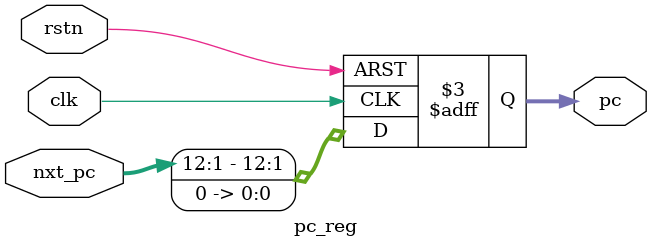
<source format=sv>
module pc_reg (
	input clk, rstn,
	input [12:0] nxt_pc,
	output logic [12:0] pc
);

	always_ff @ (posedge clk, negedge rstn)
		if (!rstn) pc = 0;
		else pc = {nxt_pc[12:1],1'b0};

endmodule
</source>
